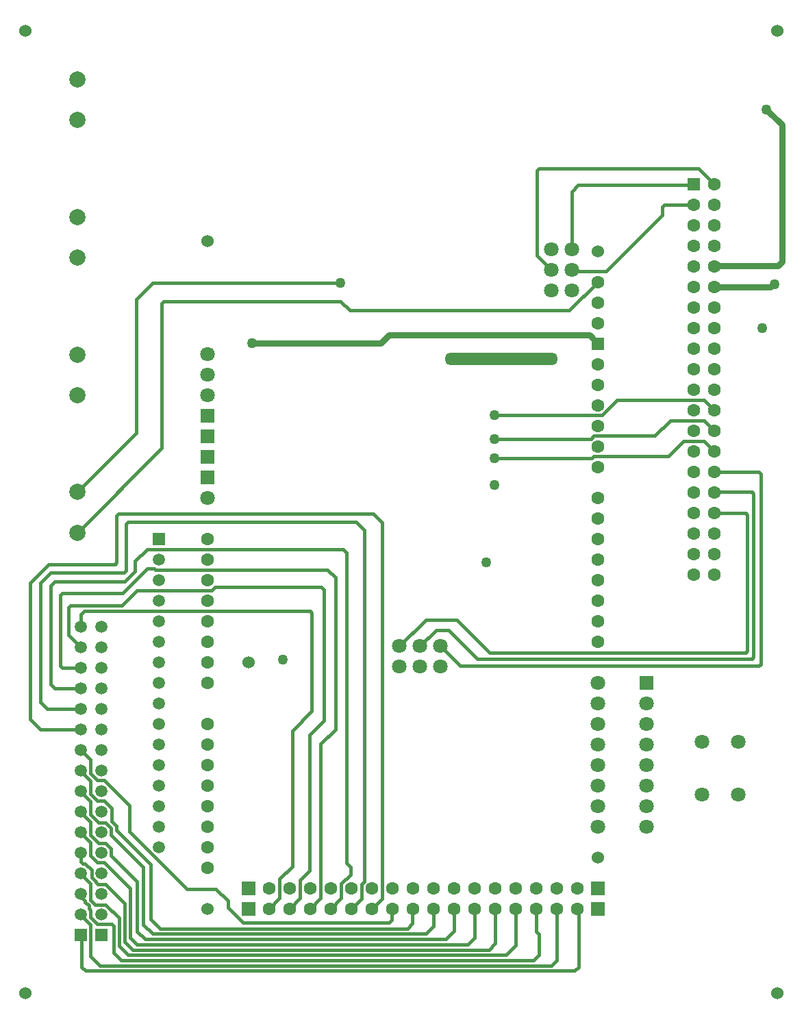
<source format=gbr>
%TF.GenerationSoftware,Altium Limited,Altium Designer,21.8.1 (53)*%
G04 Layer_Physical_Order=2*
G04 Layer_Color=36540*
%FSLAX43Y43*%
%MOMM*%
%TF.SameCoordinates,8EB70333-0A29-48E7-A932-0FA81BCCDE64*%
%TF.FilePolarity,Positive*%
%TF.FileFunction,Copper,L2,Inr,Signal*%
%TF.Part,Single*%
G01*
G75*
%TA.AperFunction,Conductor*%
%ADD12C,0.400*%
%ADD13C,0.800*%
%TA.AperFunction,ComponentPad*%
%ADD16C,1.500*%
%ADD17R,1.500X1.500*%
%ADD18R,1.800X1.800*%
%ADD19C,1.800*%
%ADD20C,2.000*%
%ADD21C,1.524*%
%ADD22O,14.000X1.524*%
%ADD23C,1.600*%
%ADD24R,1.600X1.600*%
%ADD25R,1.800X1.800*%
%TA.AperFunction,WasherPad*%
%ADD26C,1.524*%
%TA.AperFunction,ComponentPad*%
%ADD27R,1.600X1.600*%
%TA.AperFunction,ViaPad*%
%ADD28C,1.270*%
D12*
X88199Y92840D02*
X88323Y92964D01*
X60390Y45146D02*
X92047D01*
X93698Y43481D02*
X93932Y43715D01*
X58880Y44370D02*
X92809D01*
X54330Y45940D02*
X56789Y43481D01*
X93698D01*
X92809Y44370D02*
X93043Y44604D01*
X92047Y45146D02*
X92281Y45380D01*
X55324Y47926D02*
X58880Y44370D01*
X56340Y49196D02*
X60390Y45146D01*
X42288Y57914D02*
X42751Y57451D01*
X38433Y37893D02*
Y50060D01*
X38179Y34972D02*
X39957Y36750D01*
X36020Y18716D02*
Y35480D01*
X38433Y37893D01*
X38179Y18208D02*
Y34972D01*
X38199Y50294D02*
X38433Y50060D01*
X14069Y56054D02*
X14303Y56288D01*
Y62043D01*
X14537Y62277D01*
X15212Y55038D02*
X15446Y55272D01*
Y61027D01*
X15680Y61261D01*
X15319Y53895D02*
X16591Y55167D01*
X15065Y52498D02*
X18113Y55546D01*
X16591Y55167D02*
Y56430D01*
X18075Y57914D01*
X18113Y55546D02*
X18951D01*
X19123Y55374D01*
X26453Y53260D02*
X39576D01*
X19123Y55374D02*
X40383D01*
X15680Y61261D02*
X43894D01*
X18075Y57914D02*
X42288D01*
X14537Y62277D02*
X46053D01*
X43894Y61261D02*
X44910Y60245D01*
X46053Y62277D02*
X47114Y61216D01*
X26027Y52834D02*
X26453Y53260D01*
X16716Y72288D02*
Y88820D01*
X18748Y90852D02*
X41989D01*
X16716Y88820D02*
X18748Y90852D01*
X19891Y70463D02*
Y88332D01*
X20125Y88566D01*
X41989D01*
X43132Y87423D01*
X66480Y104949D02*
X86249D01*
X74816Y92306D02*
X81740Y99230D01*
X71326Y102917D02*
X85576D01*
X85659Y103000D01*
X81740Y99230D02*
Y100226D01*
X81974Y100460D01*
X85659D01*
X70694Y92306D02*
X74816D01*
X66246Y104715D02*
X66480Y104949D01*
X66246Y94214D02*
Y104715D01*
Y94214D02*
X68000Y92460D01*
X70540Y95000D02*
Y102131D01*
Y92460D02*
X70694Y92306D01*
X70540Y102131D02*
X71326Y102917D01*
X70263Y87423D02*
X73790Y90950D01*
X72935Y71548D02*
X73303Y71916D01*
X73062Y69135D02*
X73303Y69376D01*
X86945Y76314D02*
X88199Y75060D01*
X86912Y73806D02*
X88199Y72520D01*
X86912Y71266D02*
X88199Y69980D01*
X86249Y104949D02*
X88199Y103000D01*
X61000Y69135D02*
X73062D01*
X76167Y76314D02*
X86945D01*
X74309Y74456D02*
X76167Y76314D01*
X61013Y74456D02*
X74309D01*
X61000Y71548D02*
X72935D01*
X73303Y71916D02*
X80838D01*
X82756Y73834D01*
X84658D01*
X84686Y73806D01*
X86912D01*
X82489Y69376D02*
X84407Y71294D01*
X73303Y69376D02*
X82489D01*
X84407Y71294D02*
X85111D01*
X85139Y71266D02*
X86912D01*
X85111Y71294D02*
X85139Y71266D01*
X28044Y13614D02*
Y14446D01*
Y13614D02*
X29927Y11731D01*
X33160Y13480D02*
X34446Y14766D01*
X19656Y11026D02*
X50225D01*
X18710Y10372D02*
X52503D01*
X35700Y13480D02*
X36986Y14766D01*
X17820Y9718D02*
X54982D01*
X16842Y9064D02*
X57691D01*
X16289Y8410D02*
X60320D01*
X38240Y13480D02*
X39526Y14766D01*
X29927Y11731D02*
X47978D01*
X15738Y7756D02*
X62398D01*
X9858Y12706D02*
Y12794D01*
Y15036D02*
Y15334D01*
Y10254D02*
X9985Y10127D01*
Y6250D02*
Y10127D01*
X9858Y15036D02*
X10408Y14486D01*
X9985Y6250D02*
X10441Y5794D01*
X10408Y14320D02*
Y14486D01*
X9858Y12706D02*
X11062Y11502D01*
X9858Y17786D02*
X11062Y16582D01*
X10408Y14320D02*
X10855Y13873D01*
Y13500D02*
Y13873D01*
Y13500D02*
X11062Y13293D01*
Y7644D02*
Y11502D01*
Y12427D02*
Y13293D01*
Y14591D02*
Y16582D01*
X11194Y17375D02*
Y18241D01*
X11062Y14591D02*
X11509Y14144D01*
X11194Y17375D02*
X11763Y16806D01*
X11062Y12427D02*
X11899Y11590D01*
X11509Y14144D02*
X11655Y13998D01*
X11062Y7644D02*
X12258Y6448D01*
X11763Y16791D02*
Y16806D01*
Y16791D02*
X12016Y16538D01*
X11655Y13998D02*
X12897D01*
X12016Y16538D02*
X12897D01*
X11899Y11590D02*
X13654D01*
X9858Y17786D02*
Y17874D01*
Y19312D02*
Y20414D01*
Y22866D02*
Y22954D01*
Y25406D02*
Y25494D01*
Y19312D02*
X10092Y19078D01*
X10357D01*
X9858Y22866D02*
X11062Y21662D01*
X9858Y25406D02*
X11062Y24202D01*
X10357Y19078D02*
X11194Y18241D01*
X11062Y25127D02*
Y26742D01*
Y20047D02*
Y21662D01*
Y22587D02*
Y24202D01*
Y20047D02*
X11899Y19210D01*
X11062Y22587D02*
X12031Y21618D01*
X11062Y25127D02*
X12031Y24158D01*
X11899Y19210D02*
X12765D01*
X12031Y21618D02*
X12897D01*
X12031Y24158D02*
X12897D01*
X12765Y26830D02*
X13668Y25927D01*
X12897Y21618D02*
X13602Y20913D01*
X12897Y24158D02*
X13602Y23453D01*
Y22587D02*
Y23453D01*
Y20047D02*
Y20913D01*
X13668Y24312D02*
Y25927D01*
X12897Y13998D02*
X14576Y12319D01*
X13654Y11590D02*
X13922Y11322D01*
Y8028D02*
Y11322D01*
Y8028D02*
X14848Y7102D01*
X14576Y8918D02*
Y12319D01*
Y8918D02*
X15738Y7756D01*
X15319Y9380D02*
Y14116D01*
Y9380D02*
X16289Y8410D01*
X15954Y14779D02*
X15973Y14760D01*
Y9933D02*
Y14760D01*
Y9933D02*
X16842Y9064D01*
X16843Y10695D02*
Y16806D01*
Y10695D02*
X17820Y9718D01*
X17605Y11477D02*
X18710Y10372D01*
X18494Y12188D02*
X19656Y11026D01*
X13668Y24312D02*
X14256Y23724D01*
X12897Y16538D02*
X15319Y14116D01*
X14256Y23208D02*
Y23724D01*
X12765Y19210D02*
X15954Y16021D01*
X13602Y20047D02*
X16843Y16806D01*
X13602Y22587D02*
X17605Y18584D01*
X15903Y23034D02*
Y26232D01*
X15954Y14779D02*
Y16021D01*
X14256Y23208D02*
X18494Y18970D01*
X17605Y11477D02*
Y18584D01*
X18494Y12188D02*
Y18970D01*
X15903Y23034D02*
X23015Y15922D01*
X24832D01*
X24844Y15934D01*
X26556D01*
X28044Y14446D01*
X34446Y14766D02*
Y17142D01*
X36020Y18716D01*
X36986Y14766D02*
Y17015D01*
X38179Y18208D01*
X39526Y14766D02*
Y33833D01*
X3635Y36877D02*
X4858Y35654D01*
X4905Y39036D02*
X5747Y38194D01*
X6175Y41195D02*
X6636Y40734D01*
X4858Y35654D02*
X9858D01*
X5747Y38194D02*
X9858D01*
X6636Y40734D02*
X9858D01*
X7552Y43274D02*
X9858D01*
Y35356D02*
Y35654D01*
Y30486D02*
Y30574D01*
Y27946D02*
Y28034D01*
X11899Y26830D02*
X12765D01*
X9858Y33114D02*
X11062Y31910D01*
X9858Y30486D02*
X11062Y29282D01*
X9858Y27946D02*
X11062Y26742D01*
Y27667D02*
Y29282D01*
Y30207D02*
Y31910D01*
Y30207D02*
X11899Y29370D01*
X11062Y27667D02*
X11899Y26830D01*
Y29370D02*
X12765D01*
X9858Y48354D02*
Y49831D01*
X5921Y56054D02*
X14069D01*
X9858Y49831D02*
X10321Y50294D01*
X6175Y55038D02*
X15212D01*
X6683Y53895D02*
X15319D01*
X7552Y52498D02*
X15065D01*
X8568Y50974D02*
X14938D01*
X10321Y50294D02*
X38199D01*
X61000Y74469D02*
X61013Y74456D01*
X9397Y64969D02*
X16716Y72288D01*
X9397Y59969D02*
X19891Y70463D01*
X12765Y29370D02*
X15903Y26232D01*
X14938Y50974D02*
X16798Y52834D01*
X26027D01*
X7318Y43508D02*
X7552Y43274D01*
X3635Y36877D02*
Y53768D01*
X5921Y56054D01*
X4905Y39036D02*
Y53768D01*
X6175Y55038D01*
Y41195D02*
Y53387D01*
X6683Y53895D01*
X7318Y43508D02*
Y52264D01*
X7552Y52498D01*
X8334Y47338D02*
Y50740D01*
X8568Y50974D01*
X8334Y47338D02*
X9858Y45814D01*
X10441Y5794D02*
X70939D01*
X12258Y6448D02*
X68029D01*
X14848Y7102D02*
X65809D01*
X57691Y9064D02*
X58560Y9933D01*
X54982Y9718D02*
X56020Y10756D01*
X52503Y10372D02*
X53480Y11349D01*
X50225Y11026D02*
X50879Y11680D01*
X47978Y11731D02*
X48327Y12080D01*
X56020Y10756D02*
Y13480D01*
X53480Y11349D02*
Y13480D01*
X50879Y11680D02*
Y13419D01*
X48327Y12080D02*
Y13407D01*
X48400Y13480D01*
X50879Y13419D02*
X50940Y13480D01*
X39957Y36750D02*
Y52879D01*
X39526Y33833D02*
X41354Y35661D01*
X40780Y13480D02*
X42066Y14766D01*
Y16539D01*
X43220Y17694D01*
X42751Y19097D02*
Y57451D01*
Y19097D02*
X43220Y18628D01*
Y17694D02*
Y18628D01*
X43320Y13480D02*
Y13805D01*
Y13480D02*
X44574Y14734D01*
Y16507D01*
X44910Y16843D01*
Y60245D01*
X45860Y13480D02*
X47114Y14734D01*
Y61216D01*
X70939Y5794D02*
X71395Y6250D01*
X68029Y6448D02*
X68720Y7139D01*
X65809Y7102D02*
X66500Y7793D01*
X62398Y7756D02*
X63640Y8998D01*
X60320Y8410D02*
X61100Y9190D01*
X66500Y7793D02*
Y10314D01*
X71395Y6250D02*
Y13345D01*
X68720Y7139D02*
Y13480D01*
X66180Y10634D02*
X66500Y10314D01*
X63640Y8998D02*
Y13480D01*
X61100Y9190D02*
Y13480D01*
X58560Y9933D02*
Y13480D01*
X66180Y10634D02*
Y13480D01*
X71260D02*
X71395Y13345D01*
X41354Y35661D02*
Y54403D01*
X51790Y45940D02*
X53776Y47926D01*
X49250Y45940D02*
X52506Y49196D01*
X53776Y47926D02*
X55324D01*
X52506Y49196D02*
X56340D01*
X39576Y53260D02*
X39957Y52879D01*
X40383Y55374D02*
X41354Y54403D01*
X92281Y45380D02*
Y62126D01*
X92809Y65013D02*
X93043Y64779D01*
Y44604D02*
Y64779D01*
X93698Y67440D02*
X93932Y67206D01*
Y43715D02*
Y67206D01*
X88199Y64900D02*
X88312Y65013D01*
X88199Y62360D02*
X92047D01*
X88312Y65013D02*
X92809D01*
X88199Y67440D02*
X93698D01*
X92047Y62360D02*
X92281Y62126D01*
X43132Y87423D02*
X70263D01*
D13*
X96520Y93433D02*
Y110363D01*
X94615Y112268D02*
X96520Y110363D01*
X96051Y92964D02*
X96520Y93433D01*
X88323Y92964D02*
X96051D01*
X95126Y90300D02*
X95504Y90678D01*
X88199Y90300D02*
X95126D01*
X95504Y90678D02*
X95631D01*
X31067Y83359D02*
X46942D01*
X47958Y84375D01*
X72745D02*
X73790Y83330D01*
X47958Y84375D02*
X72745D01*
D16*
X9858Y48354D02*
D03*
X12398D02*
D03*
Y45814D02*
D03*
X9858D02*
D03*
Y43274D02*
D03*
X12398D02*
D03*
Y40734D02*
D03*
X9858D02*
D03*
Y38194D02*
D03*
X12398D02*
D03*
Y35654D02*
D03*
X9858D02*
D03*
Y33114D02*
D03*
X12398D02*
D03*
Y30574D02*
D03*
X9858D02*
D03*
Y28034D02*
D03*
X12398D02*
D03*
Y25494D02*
D03*
X9858D02*
D03*
Y22954D02*
D03*
X12398D02*
D03*
Y20414D02*
D03*
X9858D02*
D03*
Y17874D02*
D03*
X12398D02*
D03*
Y15334D02*
D03*
X9858D02*
D03*
Y12794D02*
D03*
X12398D02*
D03*
X19540Y56660D02*
D03*
Y54120D02*
D03*
Y51580D02*
D03*
Y49040D02*
D03*
Y46500D02*
D03*
Y43960D02*
D03*
Y41420D02*
D03*
Y38880D02*
D03*
Y36340D02*
D03*
Y33800D02*
D03*
Y31260D02*
D03*
Y28720D02*
D03*
Y26180D02*
D03*
Y23640D02*
D03*
Y21100D02*
D03*
D17*
X12398Y10254D02*
D03*
X9858D02*
D03*
X19540Y59200D02*
D03*
D18*
X79790Y41420D02*
D03*
D19*
Y38880D02*
D03*
Y36340D02*
D03*
Y33800D02*
D03*
Y31260D02*
D03*
Y28720D02*
D03*
Y26180D02*
D03*
Y23640D02*
D03*
X86650Y27611D02*
D03*
Y34111D02*
D03*
X91150D02*
D03*
Y27611D02*
D03*
X68000Y89920D02*
D03*
X70540D02*
D03*
Y92460D02*
D03*
X68000D02*
D03*
X70540Y95000D02*
D03*
X68000D02*
D03*
X51790Y43400D02*
D03*
X49250D02*
D03*
Y45940D02*
D03*
X51790D02*
D03*
X54330D02*
D03*
Y43400D02*
D03*
X25540Y82060D02*
D03*
Y79520D02*
D03*
Y64280D02*
D03*
Y76980D02*
D03*
X73790Y23640D02*
D03*
Y26180D02*
D03*
Y28720D02*
D03*
Y31260D02*
D03*
Y33800D02*
D03*
Y36340D02*
D03*
Y38880D02*
D03*
Y41420D02*
D03*
D20*
X9397Y115969D02*
D03*
Y110969D02*
D03*
Y64969D02*
D03*
Y59969D02*
D03*
Y81969D02*
D03*
Y76969D02*
D03*
Y98969D02*
D03*
Y93969D02*
D03*
D21*
X73800Y19830D02*
D03*
Y94760D02*
D03*
X30620Y43960D02*
D03*
X25540Y13480D02*
D03*
Y96030D02*
D03*
D22*
X61830Y81400D02*
D03*
D23*
X73790Y90950D02*
D03*
Y88410D02*
D03*
Y85870D02*
D03*
Y80790D02*
D03*
Y78250D02*
D03*
Y75710D02*
D03*
Y73170D02*
D03*
Y70630D02*
D03*
Y68090D02*
D03*
Y64280D02*
D03*
Y61740D02*
D03*
Y59200D02*
D03*
Y56660D02*
D03*
Y54120D02*
D03*
Y51580D02*
D03*
Y49040D02*
D03*
Y46500D02*
D03*
X25540Y18560D02*
D03*
Y21100D02*
D03*
Y23640D02*
D03*
Y26180D02*
D03*
Y28720D02*
D03*
Y33800D02*
D03*
Y36340D02*
D03*
Y41420D02*
D03*
Y31260D02*
D03*
Y43960D02*
D03*
Y46500D02*
D03*
Y49040D02*
D03*
Y51580D02*
D03*
Y54120D02*
D03*
Y56660D02*
D03*
Y59200D02*
D03*
X33160Y13480D02*
D03*
X35700D02*
D03*
X38240D02*
D03*
X40780D02*
D03*
X43320D02*
D03*
X45860D02*
D03*
X48400D02*
D03*
X50940D02*
D03*
X53480D02*
D03*
X56020D02*
D03*
X58560D02*
D03*
X61100D02*
D03*
X63640D02*
D03*
X66180D02*
D03*
X68720D02*
D03*
X71260D02*
D03*
X33160Y16020D02*
D03*
X35700D02*
D03*
X38240D02*
D03*
X40780D02*
D03*
X43320D02*
D03*
X45860D02*
D03*
X48400D02*
D03*
X50940D02*
D03*
X53480D02*
D03*
X56020D02*
D03*
X58560D02*
D03*
X61100D02*
D03*
X63640D02*
D03*
X66180D02*
D03*
X68720D02*
D03*
X71260D02*
D03*
X88199Y54740D02*
D03*
X85659D02*
D03*
X88199Y57280D02*
D03*
X85659D02*
D03*
X88199Y59820D02*
D03*
X85659D02*
D03*
X88199Y62360D02*
D03*
X85659D02*
D03*
X88199Y64900D02*
D03*
X85659D02*
D03*
X88199Y67440D02*
D03*
X85659D02*
D03*
X88199Y69980D02*
D03*
X85659D02*
D03*
X88199Y72520D02*
D03*
X85659D02*
D03*
X88199Y75060D02*
D03*
X85659D02*
D03*
X88199Y77600D02*
D03*
X85659D02*
D03*
X88199Y80140D02*
D03*
X85659D02*
D03*
X88199Y82680D02*
D03*
X85659D02*
D03*
X88199Y85220D02*
D03*
X85659D02*
D03*
X88199Y87760D02*
D03*
X85659D02*
D03*
X88199Y90300D02*
D03*
X85659D02*
D03*
X88199Y92840D02*
D03*
X85659D02*
D03*
X88199Y95380D02*
D03*
X85659D02*
D03*
X88199Y97920D02*
D03*
X85659D02*
D03*
X88199Y100460D02*
D03*
X85659D02*
D03*
X88199Y103000D02*
D03*
D24*
X73790Y83330D02*
D03*
D25*
X25540Y66820D02*
D03*
Y69360D02*
D03*
Y71900D02*
D03*
Y74440D02*
D03*
X30620Y13480D02*
D03*
Y16020D02*
D03*
X73800Y13480D02*
D03*
Y16020D02*
D03*
D26*
X3000Y122000D02*
D03*
X96000D02*
D03*
Y3000D02*
D03*
X3000D02*
D03*
D27*
X85659Y103000D02*
D03*
D28*
X94107Y85217D02*
D03*
X94615Y112268D02*
D03*
X95631Y90678D02*
D03*
X41989Y90852D02*
D03*
X31067Y83359D02*
D03*
X61000Y65833D02*
D03*
X34877Y44243D02*
D03*
X61000Y71548D02*
D03*
Y74469D02*
D03*
Y69135D02*
D03*
X60023Y56308D02*
D03*
%TF.MD5,fa9cd77b9ab460c4227d4836c1d2b7ec*%
M02*

</source>
